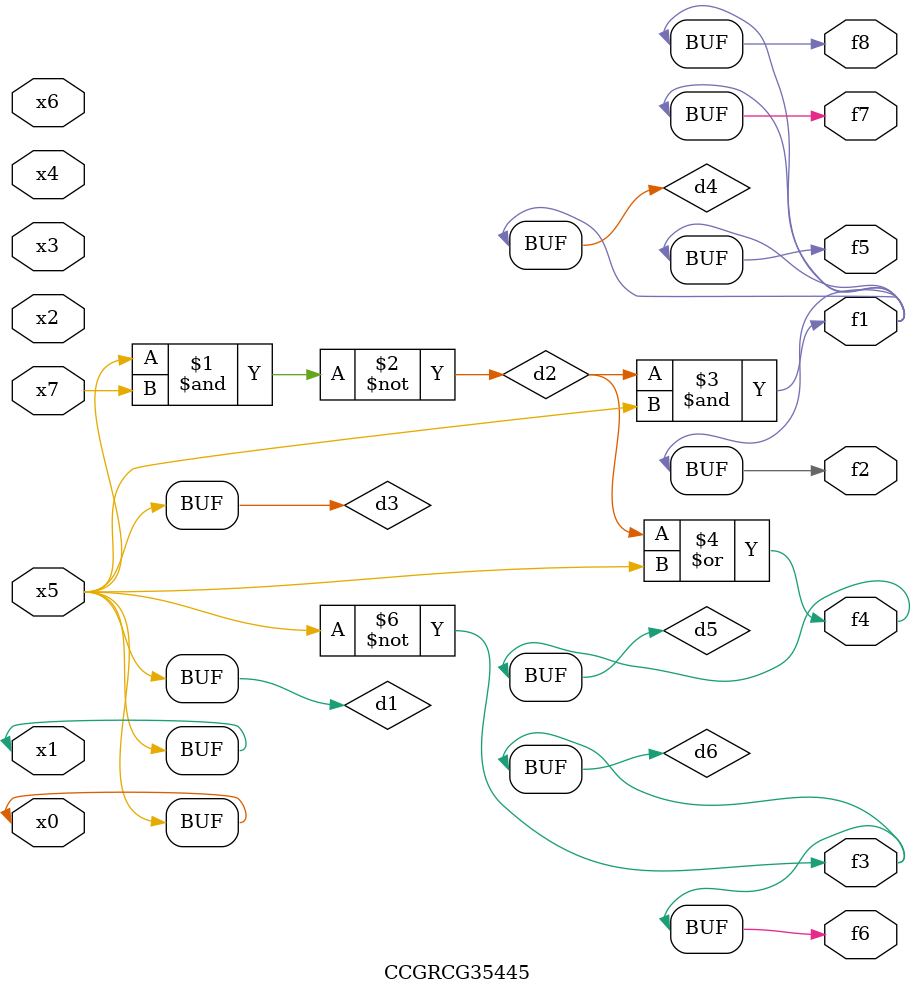
<source format=v>
module CCGRCG35445(
	input x0, x1, x2, x3, x4, x5, x6, x7,
	output f1, f2, f3, f4, f5, f6, f7, f8
);

	wire d1, d2, d3, d4, d5, d6;

	buf (d1, x0, x5);
	nand (d2, x5, x7);
	buf (d3, x0, x1);
	and (d4, d2, d3);
	or (d5, d2, d3);
	nor (d6, d1, d3);
	assign f1 = d4;
	assign f2 = d4;
	assign f3 = d6;
	assign f4 = d5;
	assign f5 = d4;
	assign f6 = d6;
	assign f7 = d4;
	assign f8 = d4;
endmodule

</source>
